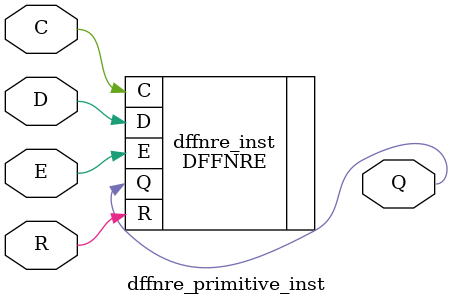
<source format=v>
module dffnre_primitive_inst (
  input D,                // Data Input
  input R,                // Active-low, asynchronous reset
  input E,                // Active-high enable
  input C,                // Negedge clock
  output reg Q   // Data Output
);

  // Instantiate the DFFNRE module
  DFFNRE dffnre_inst (
    .D(D),
    .R(R),
    .E(E),
    .C(C),
    .Q(Q)
  );

endmodule

</source>
